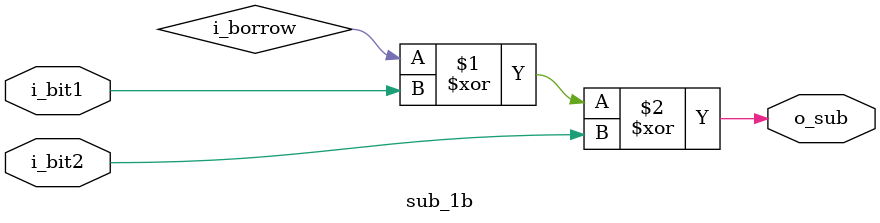
<source format=v>
module sub_1b (i_bit1,i_bit2,o_sub);
input i_bit1,i_bit2;
output o_sub;

assign o_sub = i_borrow ^ i_bit1 ^ i_bit2;

endmodule
</source>
